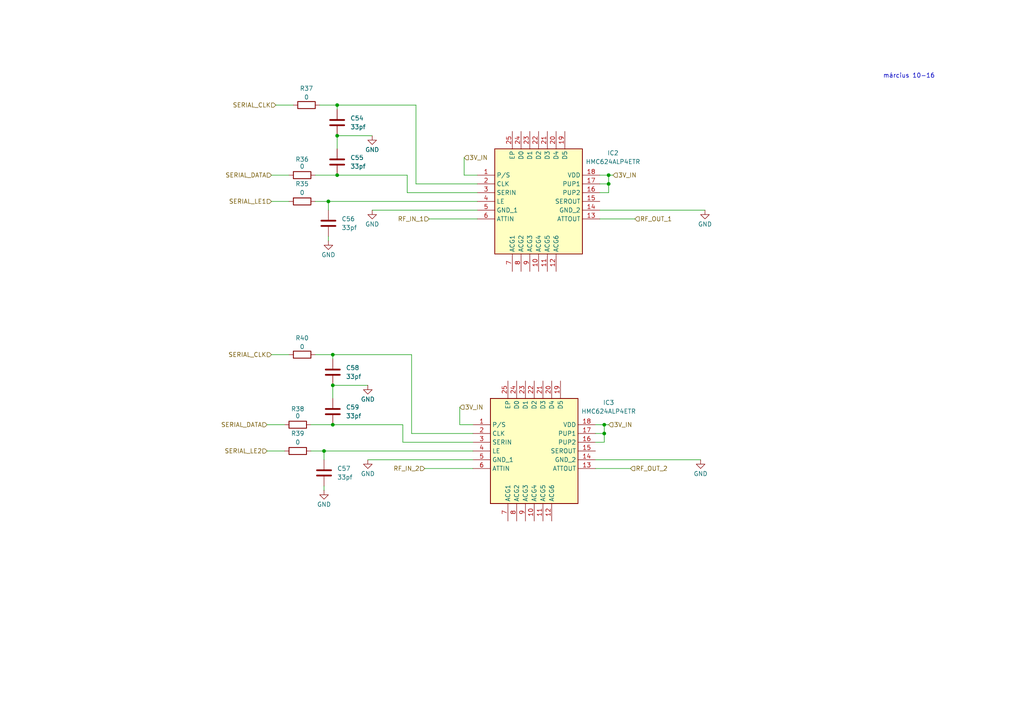
<source format=kicad_sch>
(kicad_sch (version 20250114) (generator "eeschema") (generator_version "9.0")
  (paper "A4")
  (lib_symbols
    (symbol "Device:C" (pin_numbers (hide yes)) (pin_names (offset 0.254))
      (property "Reference" "C" (at 0.635 2.54 0))
      (property "Value" "C" (at 0.635 -2.54 0))
      (symbol "C_0_1"
        (polyline (pts (xy -2.032 0.762) (xy 2.032 0.762)) (stroke (width 0.508)))
        (polyline (pts (xy -2.032 -0.762) (xy 2.032 -0.762)) (stroke (width 0.508)))
      )
      (symbol "C_1_1"
        (pin passive line (at 0 3.81 270) (length 2.794) (name "~") (number "1"))
        (pin passive line (at 0 -3.81 90) (length 2.794) (name "~") (number "2"))
      )
    )
    (symbol "Device:R" (pin_numbers (hide yes)) (pin_names (offset 0))
      (property "Reference" "R" (at 2.032 0 90))
      (property "Value" "R" (at 0 0 90))
      (symbol "R_0_1"
        (rectangle (start -1.016 -2.54) (end 1.016 2.54) (stroke (width 0.254)))
      )
      (symbol "R_1_1"
        (pin passive line (at 0 3.81 270) (length 1.27) (name "~") (number "1"))
        (pin passive line (at 0 -3.81 90) (length 1.27) (name "~") (number "2"))
      )
    )
    (symbol "HMC624ALP4ETR:HMC624ALP4ETR"
      (property "Reference" "IC" (at 31.75 12.7 0))
      (property "Value" "HMC624ALP4ETR" (at 31.75 10.16 0))
      (symbol "HMC624ALP4ETR_1_1"
        (rectangle (start 5.08 7.62) (end 30.48 -22.86) (stroke (width 0.254)) (fill (type background)))
        (pin passive line (at 0 0 0) (length 5.08) (name "P/S") (number "1"))
        (pin passive line (at 0 -2.54 0) (length 5.08) (name "CLK") (number "2"))
        (pin passive line (at 0 -5.08 0) (length 5.08) (name "SERIN") (number "3"))
        (pin passive line (at 0 -7.62 0) (length 5.08) (name "LE") (number "4"))
        (pin passive line (at 0 -10.16 0) (length 5.08) (name "GND_1") (number "5"))
        (pin passive line (at 0 -12.7 0) (length 5.08) (name "ATTIN") (number "6"))
        (pin passive line (at 10.16 12.7 270) (length 5.08) (name "EP") (number "25"))
        (pin passive line (at 10.16 -27.94 90) (length 5.08) (name "ACG1") (number "7"))
        (pin passive line (at 12.7 12.7 270) (length 5.08) (name "D0") (number "24"))
        (pin passive line (at 12.7 -27.94 90) (length 5.08) (name "ACG2") (number "8"))
        (pin passive line (at 15.24 12.7 270) (length 5.08) (name "D1") (number "23"))
        (pin passive line (at 15.24 -27.94 90) (length 5.08) (name "ACG3") (number "9"))
        (pin passive line (at 17.78 12.7 270) (length 5.08) (name "D2") (number "22"))
        (pin passive line (at 17.78 -27.94 90) (length 5.08) (name "ACG4") (number "10"))
        (pin passive line (at 20.32 12.7 270) (length 5.08) (name "D3") (number "21"))
        (pin passive line (at 20.32 -27.94 90) (length 5.08) (name "ACG5") (number "11"))
        (pin passive line (at 22.86 12.7 270) (length 5.08) (name "D4") (number "20"))
        (pin passive line (at 22.86 -27.94 90) (length 5.08) (name "ACG6") (number "12"))
        (pin passive line (at 25.4 12.7 270) (length 5.08) (name "D5") (number "19"))
        (pin passive line (at 35.56 0 180) (length 5.08) (name "VDD") (number "18"))
        (pin passive line (at 35.56 -2.54 180) (length 5.08) (name "PUP1") (number "17"))
        (pin passive line (at 35.56 -5.08 180) (length 5.08) (name "PUP2") (number "16"))
        (pin passive line (at 35.56 -7.62 180) (length 5.08) (name "SEROUT") (number "15"))
        (pin passive line (at 35.56 -10.16 180) (length 5.08) (name "GND_2") (number "14"))
        (pin passive line (at 35.56 -12.7 180) (length 5.08) (name "ATTOUT") (number "13"))
      )
    )
    (symbol "power:GND" (power) (pin_numbers (hide yes)) (pin_names (offset 0) (hide yes))
      (property "Value" "GND" (at 0 -3.81 0))
      (symbol "GND_0_1"
        (polyline (pts (xy 0 0) (xy 0 -1.27) (xy 1.27 -1.27) (xy 0 -2.54) (xy -1.27 -1.27) (xy 0 -1.27)))
      )
      (symbol "GND_1_1"
        (pin power_in line (at 0 0 270) (length 0) (name "~") (number "1"))
      )
    )
  )
  (text "március 10-16" (at 263.652 22.098 0) (effects (font (size 1.27 1.27))))
  (junction (at 175.26 125.73))
  (junction (at 175.26 123.19))
  (junction (at 97.79 30.48))
  (junction (at 96.52 111.76))
  (junction (at 95.25 58.42))
  (junction (at 97.79 39.37))
  (junction (at 97.79 50.8))
  (junction (at 176.53 53.34))
  (junction (at 96.52 123.19))
  (junction (at 176.53 50.8))
  (junction (at 93.98 130.81))
  (junction (at 96.52 102.87))
  (wire (pts (xy 119.38 102.87) (xy 96.52 102.87)))
  (wire (pts (xy 120.65 30.48) (xy 97.79 30.48)))
  (wire (pts (xy 172.72 135.89) (xy 182.88 135.89)))
  (wire (pts (xy 175.26 128.27) (xy 175.26 125.73)))
  (wire (pts (xy 96.52 102.87) (xy 91.44 102.87)))
  (wire (pts (xy 137.16 128.27) (xy 116.84 128.27)))
  (wire (pts (xy 173.99 63.5) (xy 184.15 63.5)))
  (wire (pts (xy 173.99 53.34) (xy 176.53 53.34)))
  (wire (pts (xy 176.53 55.88) (xy 176.53 53.34)))
  (wire (pts (xy 90.17 130.81) (xy 93.98 130.81)))
  (wire (pts (xy 93.98 130.81) (xy 137.16 130.81)))
  (wire (pts (xy 120.65 53.34) (xy 120.65 30.48)))
  (wire (pts (xy 78.74 102.87) (xy 83.82 102.87)))
  (wire (pts (xy 137.16 125.73) (xy 119.38 125.73)))
  (wire (pts (xy 96.52 102.87) (xy 96.52 104.14)))
  (wire (pts (xy 95.25 68.58) (xy 95.25 69.85)))
  (wire (pts (xy 138.43 50.8) (xy 134.62 50.8)))
  (wire (pts (xy 119.38 125.73) (xy 119.38 102.87)))
  (wire (pts (xy 96.52 111.76) (xy 96.52 115.57)))
  (wire (pts (xy 107.95 60.96) (xy 138.43 60.96)))
  (wire (pts (xy 95.25 58.42) (xy 95.25 60.96)))
  (wire (pts (xy 116.84 128.27) (xy 116.84 123.19)))
  (wire (pts (xy 93.98 130.81) (xy 93.98 133.35)))
  (wire (pts (xy 97.79 30.48) (xy 92.71 30.48)))
  (wire (pts (xy 95.25 58.42) (xy 138.43 58.42)))
  (wire (pts (xy 134.62 50.8) (xy 134.62 45.72)))
  (wire (pts (xy 176.53 50.8) (xy 177.8 50.8)))
  (wire (pts (xy 172.72 128.27) (xy 175.26 128.27)))
  (wire (pts (xy 173.99 60.96) (xy 204.47 60.96)))
  (wire (pts (xy 77.47 130.81) (xy 82.55 130.81)))
  (wire (pts (xy 123.19 135.89) (xy 137.16 135.89)))
  (wire (pts (xy 96.52 111.76) (xy 106.68 111.76)))
  (wire (pts (xy 173.99 50.8) (xy 176.53 50.8)))
  (wire (pts (xy 176.53 53.34) (xy 176.53 50.8)))
  (wire (pts (xy 124.46 63.5) (xy 138.43 63.5)))
  (wire (pts (xy 138.43 55.88) (xy 118.11 55.88)))
  (wire (pts (xy 97.79 50.8) (xy 91.44 50.8)))
  (wire (pts (xy 138.43 53.34) (xy 120.65 53.34)))
  (wire (pts (xy 118.11 50.8) (xy 97.79 50.8)))
  (wire (pts (xy 93.98 140.97) (xy 93.98 142.24)))
  (wire (pts (xy 133.35 123.19) (xy 133.35 118.11)))
  (wire (pts (xy 116.84 123.19) (xy 96.52 123.19)))
  (wire (pts (xy 137.16 123.19) (xy 133.35 123.19)))
  (wire (pts (xy 118.11 55.88) (xy 118.11 50.8)))
  (wire (pts (xy 78.74 50.8) (xy 83.82 50.8)))
  (wire (pts (xy 97.79 39.37) (xy 97.79 43.18)))
  (wire (pts (xy 91.44 58.42) (xy 95.25 58.42)))
  (wire (pts (xy 175.26 123.19) (xy 176.53 123.19)))
  (wire (pts (xy 77.47 123.19) (xy 82.55 123.19)))
  (wire (pts (xy 172.72 125.73) (xy 175.26 125.73)))
  (wire (pts (xy 173.99 55.88) (xy 176.53 55.88)))
  (wire (pts (xy 175.26 125.73) (xy 175.26 123.19)))
  (wire (pts (xy 172.72 133.35) (xy 203.2 133.35)))
  (wire (pts (xy 80.01 30.48) (xy 85.09 30.48)))
  (wire (pts (xy 106.68 133.35) (xy 137.16 133.35)))
  (wire (pts (xy 172.72 123.19) (xy 175.26 123.19)))
  (wire (pts (xy 96.52 123.19) (xy 90.17 123.19)))
  (wire (pts (xy 97.79 30.48) (xy 97.79 31.75)))
  (wire (pts (xy 97.79 39.37) (xy 107.95 39.37)))
  (wire (pts (xy 78.74 58.42) (xy 83.82 58.42)))
  (hierarchical_label "SERIAL_DATA" (shape input) (at 78.74 50.8 180))
  (hierarchical_label "SERIAL_LE2" (shape input) (at 77.47 130.81 180))
  (hierarchical_label "RF_IN_1" (shape input) (at 124.46 63.5 180))
  (hierarchical_label "SERIAL_DATA" (shape input) (at 77.47 123.19 180))
  (hierarchical_label "RF_OUT_2" (shape input) (at 182.88 135.89 0))
  (hierarchical_label "RF_IN_2" (shape input) (at 123.19 135.89 180))
  (hierarchical_label "3V_IN" (shape input) (at 133.35 118.11 0))
  (hierarchical_label "RF_OUT_1" (shape input) (at 184.15 63.5 0))
  (hierarchical_label "SERIAL_LE1" (shape input) (at 78.74 58.42 180))
  (hierarchical_label "3V_IN" (shape input) (at 177.8 50.8 0))
  (hierarchical_label "SERIAL_CLK" (shape input) (at 80.01 30.48 180))
  (hierarchical_label "3V_IN" (shape input) (at 134.62 45.72 0))
  (hierarchical_label "3V_IN" (shape input) (at 176.53 123.19 0))
  (hierarchical_label "SERIAL_CLK" (shape input) (at 78.74 102.87 180))
  (symbol (lib_id "Device:R") (at 87.63 102.87 90) (unit 1)
    (property "Reference" "R40" (at 87.63 98.044 90))
    (property "Value" "0" (at 87.63 100.584 90))
    (property "Footprint" "Resistor_SMD:R_0603_1608Metric_Pad0.98x0.95mm_HandSolder" (effects (hide yes)))
    (property "Description" "Resistor" (effects (hide yes)))
  )
  (symbol (lib_id "Device:C") (at 97.79 46.99 0) (unit 1)
    (property "Reference" "C55" (at 101.6 45.7199 0) (effects (justify left)))
    (property "Value" "33pf" (at 101.6 48.2599 0) (effects (justify left)))
    (property "Footprint" "Capacitor_SMD:C_0603_1608Metric_Pad1.08x0.95mm_HandSolder" (effects (hide yes)))
    (property "Description" "Unpolarized capacitor" (effects (hide yes)))
  )
  (symbol (lib_id "Device:R") (at 86.36 130.81 90) (unit 1)
    (property "Reference" "R39" (at 86.36 125.73 90))
    (property "Value" "0" (at 86.36 128.27 90))
    (property "Footprint" "Resistor_SMD:R_0603_1608Metric_Pad0.98x0.95mm_HandSolder" (effects (hide yes)))
    (property "Description" "Resistor" (effects (hide yes)))
  )
  (symbol (lib_id "Device:C") (at 96.52 107.95 0) (unit 1)
    (property "Reference" "C58" (at 100.33 106.6799 0) (effects (justify left)))
    (property "Value" "33pf" (at 100.33 109.2199 0) (effects (justify left)))
    (property "Footprint" "Capacitor_SMD:C_0603_1608Metric_Pad1.08x0.95mm_HandSolder" (effects (hide yes)))
    (property "Description" "Unpolarized capacitor" (effects (hide yes)))
  )
  (symbol (lib_id "HMC624ALP4ETR:HMC624ALP4ETR") (at 137.16 123.19 0) (unit 1)
    (property "Reference" "IC3" (at 176.53 116.7698 0))
    (property "Value" "HMC624ALP4ETR" (at 176.53 119.3098 0))
    (property "Footprint" "QFN50P400X400X90-25N-D" (effects (hide yes)))
    (property "Datasheet" "https://www.analog.com/HMC624A/datasheet" (effects (hide yes)))
    (property "Description" "0.1 GHz to 6.0 GHz, 0.5 dB LSB, 6-Bit, GaAs Digital Attenuator" (effects (hide yes)))
    (property "Height" "0.9" (effects (hide yes)))
    (property "Mouser Part Number" "584-HMC624ALP4ETR" (effects (hide yes)))
    (property "Mouser Price/Stock" "https://www.mouser.co.uk/ProductDetail/Analog-Devices/HMC624ALP4ETR?qs=3izLlwrMQ7kIEdV2gXboXA%3D%3D" (effects (hide yes)))
    (property "Manufacturer_Name" "Analog Devices" (effects (hide yes)))
    (property "Manufacturer_Part_Number" "HMC624ALP4ETR" (effects (hide yes)))
  )
  (symbol (lib_id "Device:R") (at 86.36 123.19 90) (unit 1)
    (property "Reference" "R38" (at 86.36 118.618 90))
    (property "Value" "0" (at 86.36 120.65 90))
    (property "Footprint" "Resistor_SMD:R_0603_1608Metric_Pad0.98x0.95mm_HandSolder" (effects (hide yes)))
    (property "Description" "Resistor" (effects (hide yes)))
  )
  (symbol (lib_id "power:GND") (at 93.98 142.24 0) (unit 1)
    (property "Reference" "#PWR063" (effects (hide yes)))
    (property "Value" "GND" (at 93.98 146.304 0))
    (property "Description" "Power symbol creates a global label with name \"GND\" , ground" (effects (hide yes)))
  )
  (symbol (lib_id "power:GND") (at 203.2 133.35 0) (unit 1)
    (property "Reference" "#PWR070" (effects (hide yes)))
    (property "Value" "GND" (at 203.2 137.414 0))
    (property "Description" "Power symbol creates a global label with name \"GND\" , ground" (effects (hide yes)))
  )
  (symbol (lib_id "power:GND") (at 204.47 60.96 0) (unit 1)
    (property "Reference" "#PWR066" (effects (hide yes)))
    (property "Value" "GND" (at 204.47 65.024 0))
    (property "Description" "Power symbol creates a global label with name \"GND\" , ground" (effects (hide yes)))
  )
  (symbol (lib_id "power:GND") (at 106.68 111.76 0) (unit 1)
    (property "Reference" "#PWR064" (effects (hide yes)))
    (property "Value" "GND" (at 106.68 115.824 0))
    (property "Description" "Power symbol creates a global label with name \"GND\" , ground" (effects (hide yes)))
  )
  (symbol (lib_id "Device:C") (at 93.98 137.16 0) (unit 1)
    (property "Reference" "C57" (at 97.79 135.8899 0) (effects (justify left)))
    (property "Value" "33pf" (at 97.79 138.4299 0) (effects (justify left)))
    (property "Footprint" "Capacitor_SMD:C_0603_1608Metric_Pad1.08x0.95mm_HandSolder" (effects (hide yes)))
    (property "Description" "Unpolarized capacitor" (effects (hide yes)))
  )
  (symbol (lib_id "Device:R") (at 87.63 50.8 90) (unit 1)
    (property "Reference" "R36" (at 87.63 46.228 90))
    (property "Value" "0" (at 87.63 48.26 90))
    (property "Footprint" "Resistor_SMD:R_0603_1608Metric_Pad0.98x0.95mm_HandSolder" (effects (hide yes)))
    (property "Description" "Resistor" (effects (hide yes)))
  )
  (symbol (lib_id "HMC624ALP4ETR:HMC624ALP4ETR") (at 138.43 50.8 0) (unit 1)
    (property "Reference" "IC2" (at 177.8 44.3798 0))
    (property "Value" "HMC624ALP4ETR" (at 177.8 46.9198 0))
    (property "Footprint" "QFN50P400X400X90-25N-D" (effects (hide yes)))
    (property "Datasheet" "https://www.analog.com/HMC624A/datasheet" (effects (hide yes)))
    (property "Description" "0.1 GHz to 6.0 GHz, 0.5 dB LSB, 6-Bit, GaAs Digital Attenuator" (effects (hide yes)))
    (property "Height" "0.9" (effects (hide yes)))
    (property "Mouser Part Number" "584-HMC624ALP4ETR" (effects (hide yes)))
    (property "Mouser Price/Stock" "https://www.mouser.co.uk/ProductDetail/Analog-Devices/HMC624ALP4ETR?qs=3izLlwrMQ7kIEdV2gXboXA%3D%3D" (effects (hide yes)))
    (property "Manufacturer_Name" "Analog Devices" (effects (hide yes)))
    (property "Manufacturer_Part_Number" "HMC624ALP4ETR" (effects (hide yes)))
  )
  (symbol (lib_id "Device:C") (at 96.52 119.38 0) (unit 1)
    (property "Reference" "C59" (at 100.33 118.1099 0) (effects (justify left)))
    (property "Value" "33pf" (at 100.33 120.6499 0) (effects (justify left)))
    (property "Footprint" "Capacitor_SMD:C_0603_1608Metric_Pad1.08x0.95mm_HandSolder" (effects (hide yes)))
    (property "Description" "Unpolarized capacitor" (effects (hide yes)))
  )
  (symbol (lib_id "Device:C") (at 95.25 64.77 0) (unit 1)
    (property "Reference" "C56" (at 99.06 63.4999 0) (effects (justify left)))
    (property "Value" "33pf" (at 99.06 66.0399 0) (effects (justify left)))
    (property "Footprint" "Capacitor_SMD:C_0603_1608Metric_Pad1.08x0.95mm_HandSolder" (effects (hide yes)))
    (property "Description" "Unpolarized capacitor" (effects (hide yes)))
  )
  (symbol (lib_id "power:GND") (at 107.95 60.96 0) (unit 1)
    (property "Reference" "#PWR065" (effects (hide yes)))
    (property "Value" "GND" (at 107.95 65.024 0))
    (property "Description" "Power symbol creates a global label with name \"GND\" , ground" (effects (hide yes)))
  )
  (symbol (lib_id "power:GND") (at 107.95 39.37 0) (unit 1)
    (property "Reference" "#PWR067" (effects (hide yes)))
    (property "Value" "GND" (at 107.95 43.434 0))
    (property "Description" "Power symbol creates a global label with name \"GND\" , ground" (effects (hide yes)))
  )
  (symbol (lib_id "Device:R") (at 88.9 30.48 90) (unit 1)
    (property "Reference" "R37" (at 88.9 25.654 90))
    (property "Value" "0" (at 88.9 28.194 90))
    (property "Footprint" "Resistor_SMD:R_0603_1608Metric_Pad0.98x0.95mm_HandSolder" (effects (hide yes)))
    (property "Description" "Resistor" (effects (hide yes)))
  )
  (symbol (lib_id "power:GND") (at 95.25 69.85 0) (unit 1)
    (property "Reference" "#PWR068" (effects (hide yes)))
    (property "Value" "GND" (at 95.25 73.914 0))
    (property "Description" "Power symbol creates a global label with name \"GND\" , ground" (effects (hide yes)))
  )
  (symbol (lib_id "Device:C") (at 97.79 35.56 0) (unit 1)
    (property "Reference" "C54" (at 101.6 34.2899 0) (effects (justify left)))
    (property "Value" "33pf" (at 101.6 36.8299 0) (effects (justify left)))
    (property "Footprint" "Capacitor_SMD:C_0603_1608Metric_Pad1.08x0.95mm_HandSolder" (effects (hide yes)))
    (property "Description" "Unpolarized capacitor" (effects (hide yes)))
  )
  (symbol (lib_id "Device:R") (at 87.63 58.42 90) (unit 1)
    (property "Reference" "R35" (at 87.63 53.34 90))
    (property "Value" "0" (at 87.63 55.88 90))
    (property "Footprint" "Resistor_SMD:R_0603_1608Metric_Pad0.98x0.95mm_HandSolder" (effects (hide yes)))
    (property "Description" "Resistor" (effects (hide yes)))
  )
  (symbol (lib_id "power:GND") (at 106.68 133.35 0) (unit 1)
    (property "Reference" "#PWR069" (effects (hide yes)))
    (property "Value" "GND" (at 106.68 137.414 0))
    (property "Description" "Power symbol creates a global label with name \"GND\" , ground" (effects (hide yes)))
  )
)
</source>
